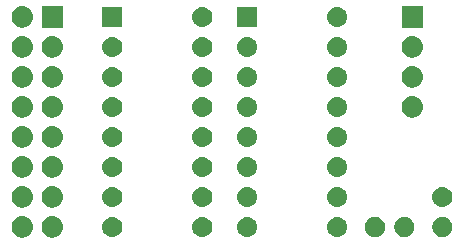
<source format=gbs>
G04 #@! TF.GenerationSoftware,KiCad,Pcbnew,(5.1.2-1)-1*
G04 #@! TF.CreationDate,2023-07-30T19:19:47+02:00*
G04 #@! TF.ProjectId,nanoLink,6e616e6f-4c69-46e6-9b2e-6b696361645f,rev?*
G04 #@! TF.SameCoordinates,Original*
G04 #@! TF.FileFunction,Soldermask,Bot*
G04 #@! TF.FilePolarity,Negative*
%FSLAX46Y46*%
G04 Gerber Fmt 4.6, Leading zero omitted, Abs format (unit mm)*
G04 Created by KiCad (PCBNEW (5.1.2-1)-1) date 2023-07-30 19:19:47*
%MOMM*%
%LPD*%
G04 APERTURE LIST*
%ADD10C,0.100000*%
G04 APERTURE END LIST*
D10*
G36*
X15350443Y-29585519D02*
G01*
X15416627Y-29592037D01*
X15586466Y-29643557D01*
X15742991Y-29727222D01*
X15778729Y-29756552D01*
X15880186Y-29839814D01*
X15960369Y-29937519D01*
X15992778Y-29977009D01*
X16076443Y-30133534D01*
X16127963Y-30303373D01*
X16145359Y-30480000D01*
X16127963Y-30656627D01*
X16076443Y-30826466D01*
X15992778Y-30982991D01*
X15963448Y-31018729D01*
X15880186Y-31120186D01*
X15778729Y-31203448D01*
X15742991Y-31232778D01*
X15586466Y-31316443D01*
X15416627Y-31367963D01*
X15350443Y-31374481D01*
X15284260Y-31381000D01*
X15195740Y-31381000D01*
X15129557Y-31374481D01*
X15063373Y-31367963D01*
X14893534Y-31316443D01*
X14737009Y-31232778D01*
X14701271Y-31203448D01*
X14599814Y-31120186D01*
X14516552Y-31018729D01*
X14487222Y-30982991D01*
X14403557Y-30826466D01*
X14352037Y-30656627D01*
X14334641Y-30480000D01*
X14352037Y-30303373D01*
X14403557Y-30133534D01*
X14487222Y-29977009D01*
X14519631Y-29937519D01*
X14599814Y-29839814D01*
X14701271Y-29756552D01*
X14737009Y-29727222D01*
X14893534Y-29643557D01*
X15063373Y-29592037D01*
X15129557Y-29585519D01*
X15195740Y-29579000D01*
X15284260Y-29579000D01*
X15350443Y-29585519D01*
X15350443Y-29585519D01*
G37*
G36*
X12810443Y-29585519D02*
G01*
X12876627Y-29592037D01*
X13046466Y-29643557D01*
X13202991Y-29727222D01*
X13238729Y-29756552D01*
X13340186Y-29839814D01*
X13420369Y-29937519D01*
X13452778Y-29977009D01*
X13536443Y-30133534D01*
X13587963Y-30303373D01*
X13605359Y-30480000D01*
X13587963Y-30656627D01*
X13536443Y-30826466D01*
X13452778Y-30982991D01*
X13423448Y-31018729D01*
X13340186Y-31120186D01*
X13238729Y-31203448D01*
X13202991Y-31232778D01*
X13046466Y-31316443D01*
X12876627Y-31367963D01*
X12810443Y-31374481D01*
X12744260Y-31381000D01*
X12655740Y-31381000D01*
X12589557Y-31374481D01*
X12523373Y-31367963D01*
X12353534Y-31316443D01*
X12197009Y-31232778D01*
X12161271Y-31203448D01*
X12059814Y-31120186D01*
X11976552Y-31018729D01*
X11947222Y-30982991D01*
X11863557Y-30826466D01*
X11812037Y-30656627D01*
X11794641Y-30480000D01*
X11812037Y-30303373D01*
X11863557Y-30133534D01*
X11947222Y-29977009D01*
X11979631Y-29937519D01*
X12059814Y-29839814D01*
X12161271Y-29756552D01*
X12197009Y-29727222D01*
X12353534Y-29643557D01*
X12523373Y-29592037D01*
X12589557Y-29585519D01*
X12655740Y-29579000D01*
X12744260Y-29579000D01*
X12810443Y-29585519D01*
X12810443Y-29585519D01*
G37*
G36*
X48508228Y-29661703D02*
G01*
X48663100Y-29725853D01*
X48802481Y-29818985D01*
X48921015Y-29937519D01*
X49014147Y-30076900D01*
X49078297Y-30231772D01*
X49111000Y-30396184D01*
X49111000Y-30563816D01*
X49078297Y-30728228D01*
X49014147Y-30883100D01*
X48921015Y-31022481D01*
X48802481Y-31141015D01*
X48663100Y-31234147D01*
X48508228Y-31298297D01*
X48343816Y-31331000D01*
X48176184Y-31331000D01*
X48011772Y-31298297D01*
X47856900Y-31234147D01*
X47717519Y-31141015D01*
X47598985Y-31022481D01*
X47505853Y-30883100D01*
X47441703Y-30728228D01*
X47409000Y-30563816D01*
X47409000Y-30396184D01*
X47441703Y-30231772D01*
X47505853Y-30076900D01*
X47598985Y-29937519D01*
X47717519Y-29818985D01*
X47856900Y-29725853D01*
X48011772Y-29661703D01*
X48176184Y-29629000D01*
X48343816Y-29629000D01*
X48508228Y-29661703D01*
X48508228Y-29661703D01*
G37*
G36*
X45293228Y-29661703D02*
G01*
X45448100Y-29725853D01*
X45587481Y-29818985D01*
X45706015Y-29937519D01*
X45799147Y-30076900D01*
X45863297Y-30231772D01*
X45896000Y-30396184D01*
X45896000Y-30563816D01*
X45863297Y-30728228D01*
X45799147Y-30883100D01*
X45706015Y-31022481D01*
X45587481Y-31141015D01*
X45448100Y-31234147D01*
X45293228Y-31298297D01*
X45128816Y-31331000D01*
X44961184Y-31331000D01*
X44796772Y-31298297D01*
X44641900Y-31234147D01*
X44502519Y-31141015D01*
X44383985Y-31022481D01*
X44290853Y-30883100D01*
X44226703Y-30728228D01*
X44194000Y-30563816D01*
X44194000Y-30396184D01*
X44226703Y-30231772D01*
X44290853Y-30076900D01*
X44383985Y-29937519D01*
X44502519Y-29818985D01*
X44641900Y-29725853D01*
X44796772Y-29661703D01*
X44961184Y-29629000D01*
X45128816Y-29629000D01*
X45293228Y-29661703D01*
X45293228Y-29661703D01*
G37*
G36*
X42793228Y-29661703D02*
G01*
X42948100Y-29725853D01*
X43087481Y-29818985D01*
X43206015Y-29937519D01*
X43299147Y-30076900D01*
X43363297Y-30231772D01*
X43396000Y-30396184D01*
X43396000Y-30563816D01*
X43363297Y-30728228D01*
X43299147Y-30883100D01*
X43206015Y-31022481D01*
X43087481Y-31141015D01*
X42948100Y-31234147D01*
X42793228Y-31298297D01*
X42628816Y-31331000D01*
X42461184Y-31331000D01*
X42296772Y-31298297D01*
X42141900Y-31234147D01*
X42002519Y-31141015D01*
X41883985Y-31022481D01*
X41790853Y-30883100D01*
X41726703Y-30728228D01*
X41694000Y-30563816D01*
X41694000Y-30396184D01*
X41726703Y-30231772D01*
X41790853Y-30076900D01*
X41883985Y-29937519D01*
X42002519Y-29818985D01*
X42141900Y-29725853D01*
X42296772Y-29661703D01*
X42461184Y-29629000D01*
X42628816Y-29629000D01*
X42793228Y-29661703D01*
X42793228Y-29661703D01*
G37*
G36*
X39521823Y-29641313D02*
G01*
X39682242Y-29689976D01*
X39749361Y-29725852D01*
X39830078Y-29768996D01*
X39959659Y-29875341D01*
X40066004Y-30004922D01*
X40066005Y-30004924D01*
X40145024Y-30152758D01*
X40193687Y-30313177D01*
X40210117Y-30480000D01*
X40193687Y-30646823D01*
X40145024Y-30807242D01*
X40104477Y-30883100D01*
X40066004Y-30955078D01*
X39959659Y-31084659D01*
X39830078Y-31191004D01*
X39830076Y-31191005D01*
X39682242Y-31270024D01*
X39521823Y-31318687D01*
X39396804Y-31331000D01*
X39313196Y-31331000D01*
X39188177Y-31318687D01*
X39027758Y-31270024D01*
X38879924Y-31191005D01*
X38879922Y-31191004D01*
X38750341Y-31084659D01*
X38643996Y-30955078D01*
X38605523Y-30883100D01*
X38564976Y-30807242D01*
X38516313Y-30646823D01*
X38499883Y-30480000D01*
X38516313Y-30313177D01*
X38564976Y-30152758D01*
X38643995Y-30004924D01*
X38643996Y-30004922D01*
X38750341Y-29875341D01*
X38879922Y-29768996D01*
X38960639Y-29725852D01*
X39027758Y-29689976D01*
X39188177Y-29641313D01*
X39313196Y-29629000D01*
X39396804Y-29629000D01*
X39521823Y-29641313D01*
X39521823Y-29641313D01*
G37*
G36*
X31901823Y-29641313D02*
G01*
X32062242Y-29689976D01*
X32129361Y-29725852D01*
X32210078Y-29768996D01*
X32339659Y-29875341D01*
X32446004Y-30004922D01*
X32446005Y-30004924D01*
X32525024Y-30152758D01*
X32573687Y-30313177D01*
X32590117Y-30480000D01*
X32573687Y-30646823D01*
X32525024Y-30807242D01*
X32484477Y-30883100D01*
X32446004Y-30955078D01*
X32339659Y-31084659D01*
X32210078Y-31191004D01*
X32210076Y-31191005D01*
X32062242Y-31270024D01*
X31901823Y-31318687D01*
X31776804Y-31331000D01*
X31693196Y-31331000D01*
X31568177Y-31318687D01*
X31407758Y-31270024D01*
X31259924Y-31191005D01*
X31259922Y-31191004D01*
X31130341Y-31084659D01*
X31023996Y-30955078D01*
X30985523Y-30883100D01*
X30944976Y-30807242D01*
X30896313Y-30646823D01*
X30879883Y-30480000D01*
X30896313Y-30313177D01*
X30944976Y-30152758D01*
X31023995Y-30004924D01*
X31023996Y-30004922D01*
X31130341Y-29875341D01*
X31259922Y-29768996D01*
X31340639Y-29725852D01*
X31407758Y-29689976D01*
X31568177Y-29641313D01*
X31693196Y-29629000D01*
X31776804Y-29629000D01*
X31901823Y-29641313D01*
X31901823Y-29641313D01*
G37*
G36*
X28106823Y-29641313D02*
G01*
X28267242Y-29689976D01*
X28334361Y-29725852D01*
X28415078Y-29768996D01*
X28544659Y-29875341D01*
X28651004Y-30004922D01*
X28651005Y-30004924D01*
X28730024Y-30152758D01*
X28778687Y-30313177D01*
X28795117Y-30480000D01*
X28778687Y-30646823D01*
X28730024Y-30807242D01*
X28689477Y-30883100D01*
X28651004Y-30955078D01*
X28544659Y-31084659D01*
X28415078Y-31191004D01*
X28415076Y-31191005D01*
X28267242Y-31270024D01*
X28106823Y-31318687D01*
X27981804Y-31331000D01*
X27898196Y-31331000D01*
X27773177Y-31318687D01*
X27612758Y-31270024D01*
X27464924Y-31191005D01*
X27464922Y-31191004D01*
X27335341Y-31084659D01*
X27228996Y-30955078D01*
X27190523Y-30883100D01*
X27149976Y-30807242D01*
X27101313Y-30646823D01*
X27084883Y-30480000D01*
X27101313Y-30313177D01*
X27149976Y-30152758D01*
X27228995Y-30004924D01*
X27228996Y-30004922D01*
X27335341Y-29875341D01*
X27464922Y-29768996D01*
X27545639Y-29725852D01*
X27612758Y-29689976D01*
X27773177Y-29641313D01*
X27898196Y-29629000D01*
X27981804Y-29629000D01*
X28106823Y-29641313D01*
X28106823Y-29641313D01*
G37*
G36*
X20486823Y-29641313D02*
G01*
X20647242Y-29689976D01*
X20714361Y-29725852D01*
X20795078Y-29768996D01*
X20924659Y-29875341D01*
X21031004Y-30004922D01*
X21031005Y-30004924D01*
X21110024Y-30152758D01*
X21158687Y-30313177D01*
X21175117Y-30480000D01*
X21158687Y-30646823D01*
X21110024Y-30807242D01*
X21069477Y-30883100D01*
X21031004Y-30955078D01*
X20924659Y-31084659D01*
X20795078Y-31191004D01*
X20795076Y-31191005D01*
X20647242Y-31270024D01*
X20486823Y-31318687D01*
X20361804Y-31331000D01*
X20278196Y-31331000D01*
X20153177Y-31318687D01*
X19992758Y-31270024D01*
X19844924Y-31191005D01*
X19844922Y-31191004D01*
X19715341Y-31084659D01*
X19608996Y-30955078D01*
X19570523Y-30883100D01*
X19529976Y-30807242D01*
X19481313Y-30646823D01*
X19464883Y-30480000D01*
X19481313Y-30313177D01*
X19529976Y-30152758D01*
X19608995Y-30004924D01*
X19608996Y-30004922D01*
X19715341Y-29875341D01*
X19844922Y-29768996D01*
X19925639Y-29725852D01*
X19992758Y-29689976D01*
X20153177Y-29641313D01*
X20278196Y-29629000D01*
X20361804Y-29629000D01*
X20486823Y-29641313D01*
X20486823Y-29641313D01*
G37*
G36*
X15350443Y-27045519D02*
G01*
X15416627Y-27052037D01*
X15586466Y-27103557D01*
X15742991Y-27187222D01*
X15778729Y-27216552D01*
X15880186Y-27299814D01*
X15963448Y-27401271D01*
X15992778Y-27437009D01*
X16076443Y-27593534D01*
X16127963Y-27763373D01*
X16145359Y-27940000D01*
X16127963Y-28116627D01*
X16076443Y-28286466D01*
X15992778Y-28442991D01*
X15963448Y-28478729D01*
X15880186Y-28580186D01*
X15778729Y-28663448D01*
X15742991Y-28692778D01*
X15586466Y-28776443D01*
X15416627Y-28827963D01*
X15350442Y-28834482D01*
X15284260Y-28841000D01*
X15195740Y-28841000D01*
X15129558Y-28834482D01*
X15063373Y-28827963D01*
X14893534Y-28776443D01*
X14737009Y-28692778D01*
X14701271Y-28663448D01*
X14599814Y-28580186D01*
X14516552Y-28478729D01*
X14487222Y-28442991D01*
X14403557Y-28286466D01*
X14352037Y-28116627D01*
X14334641Y-27940000D01*
X14352037Y-27763373D01*
X14403557Y-27593534D01*
X14487222Y-27437009D01*
X14516552Y-27401271D01*
X14599814Y-27299814D01*
X14701271Y-27216552D01*
X14737009Y-27187222D01*
X14893534Y-27103557D01*
X15063373Y-27052037D01*
X15129557Y-27045519D01*
X15195740Y-27039000D01*
X15284260Y-27039000D01*
X15350443Y-27045519D01*
X15350443Y-27045519D01*
G37*
G36*
X12810443Y-27045519D02*
G01*
X12876627Y-27052037D01*
X13046466Y-27103557D01*
X13202991Y-27187222D01*
X13238729Y-27216552D01*
X13340186Y-27299814D01*
X13423448Y-27401271D01*
X13452778Y-27437009D01*
X13536443Y-27593534D01*
X13587963Y-27763373D01*
X13605359Y-27940000D01*
X13587963Y-28116627D01*
X13536443Y-28286466D01*
X13452778Y-28442991D01*
X13423448Y-28478729D01*
X13340186Y-28580186D01*
X13238729Y-28663448D01*
X13202991Y-28692778D01*
X13046466Y-28776443D01*
X12876627Y-28827963D01*
X12810442Y-28834482D01*
X12744260Y-28841000D01*
X12655740Y-28841000D01*
X12589558Y-28834482D01*
X12523373Y-28827963D01*
X12353534Y-28776443D01*
X12197009Y-28692778D01*
X12161271Y-28663448D01*
X12059814Y-28580186D01*
X11976552Y-28478729D01*
X11947222Y-28442991D01*
X11863557Y-28286466D01*
X11812037Y-28116627D01*
X11794641Y-27940000D01*
X11812037Y-27763373D01*
X11863557Y-27593534D01*
X11947222Y-27437009D01*
X11976552Y-27401271D01*
X12059814Y-27299814D01*
X12161271Y-27216552D01*
X12197009Y-27187222D01*
X12353534Y-27103557D01*
X12523373Y-27052037D01*
X12589557Y-27045519D01*
X12655740Y-27039000D01*
X12744260Y-27039000D01*
X12810443Y-27045519D01*
X12810443Y-27045519D01*
G37*
G36*
X48426823Y-27101313D02*
G01*
X48587242Y-27149976D01*
X48656922Y-27187221D01*
X48735078Y-27228996D01*
X48864659Y-27335341D01*
X48971004Y-27464922D01*
X48971005Y-27464924D01*
X49050024Y-27612758D01*
X49098687Y-27773177D01*
X49115117Y-27940000D01*
X49098687Y-28106823D01*
X49050024Y-28267242D01*
X49039747Y-28286468D01*
X48971004Y-28415078D01*
X48864659Y-28544659D01*
X48735078Y-28651004D01*
X48735076Y-28651005D01*
X48587242Y-28730024D01*
X48426823Y-28778687D01*
X48301804Y-28791000D01*
X48218196Y-28791000D01*
X48093177Y-28778687D01*
X47932758Y-28730024D01*
X47784924Y-28651005D01*
X47784922Y-28651004D01*
X47655341Y-28544659D01*
X47548996Y-28415078D01*
X47480253Y-28286468D01*
X47469976Y-28267242D01*
X47421313Y-28106823D01*
X47404883Y-27940000D01*
X47421313Y-27773177D01*
X47469976Y-27612758D01*
X47548995Y-27464924D01*
X47548996Y-27464922D01*
X47655341Y-27335341D01*
X47784922Y-27228996D01*
X47863078Y-27187221D01*
X47932758Y-27149976D01*
X48093177Y-27101313D01*
X48218196Y-27089000D01*
X48301804Y-27089000D01*
X48426823Y-27101313D01*
X48426823Y-27101313D01*
G37*
G36*
X20486823Y-27101313D02*
G01*
X20647242Y-27149976D01*
X20716922Y-27187221D01*
X20795078Y-27228996D01*
X20924659Y-27335341D01*
X21031004Y-27464922D01*
X21031005Y-27464924D01*
X21110024Y-27612758D01*
X21158687Y-27773177D01*
X21175117Y-27940000D01*
X21158687Y-28106823D01*
X21110024Y-28267242D01*
X21099747Y-28286468D01*
X21031004Y-28415078D01*
X20924659Y-28544659D01*
X20795078Y-28651004D01*
X20795076Y-28651005D01*
X20647242Y-28730024D01*
X20486823Y-28778687D01*
X20361804Y-28791000D01*
X20278196Y-28791000D01*
X20153177Y-28778687D01*
X19992758Y-28730024D01*
X19844924Y-28651005D01*
X19844922Y-28651004D01*
X19715341Y-28544659D01*
X19608996Y-28415078D01*
X19540253Y-28286468D01*
X19529976Y-28267242D01*
X19481313Y-28106823D01*
X19464883Y-27940000D01*
X19481313Y-27773177D01*
X19529976Y-27612758D01*
X19608995Y-27464924D01*
X19608996Y-27464922D01*
X19715341Y-27335341D01*
X19844922Y-27228996D01*
X19923078Y-27187221D01*
X19992758Y-27149976D01*
X20153177Y-27101313D01*
X20278196Y-27089000D01*
X20361804Y-27089000D01*
X20486823Y-27101313D01*
X20486823Y-27101313D01*
G37*
G36*
X39521823Y-27101313D02*
G01*
X39682242Y-27149976D01*
X39751922Y-27187221D01*
X39830078Y-27228996D01*
X39959659Y-27335341D01*
X40066004Y-27464922D01*
X40066005Y-27464924D01*
X40145024Y-27612758D01*
X40193687Y-27773177D01*
X40210117Y-27940000D01*
X40193687Y-28106823D01*
X40145024Y-28267242D01*
X40134747Y-28286468D01*
X40066004Y-28415078D01*
X39959659Y-28544659D01*
X39830078Y-28651004D01*
X39830076Y-28651005D01*
X39682242Y-28730024D01*
X39521823Y-28778687D01*
X39396804Y-28791000D01*
X39313196Y-28791000D01*
X39188177Y-28778687D01*
X39027758Y-28730024D01*
X38879924Y-28651005D01*
X38879922Y-28651004D01*
X38750341Y-28544659D01*
X38643996Y-28415078D01*
X38575253Y-28286468D01*
X38564976Y-28267242D01*
X38516313Y-28106823D01*
X38499883Y-27940000D01*
X38516313Y-27773177D01*
X38564976Y-27612758D01*
X38643995Y-27464924D01*
X38643996Y-27464922D01*
X38750341Y-27335341D01*
X38879922Y-27228996D01*
X38958078Y-27187221D01*
X39027758Y-27149976D01*
X39188177Y-27101313D01*
X39313196Y-27089000D01*
X39396804Y-27089000D01*
X39521823Y-27101313D01*
X39521823Y-27101313D01*
G37*
G36*
X28106823Y-27101313D02*
G01*
X28267242Y-27149976D01*
X28336922Y-27187221D01*
X28415078Y-27228996D01*
X28544659Y-27335341D01*
X28651004Y-27464922D01*
X28651005Y-27464924D01*
X28730024Y-27612758D01*
X28778687Y-27773177D01*
X28795117Y-27940000D01*
X28778687Y-28106823D01*
X28730024Y-28267242D01*
X28719747Y-28286468D01*
X28651004Y-28415078D01*
X28544659Y-28544659D01*
X28415078Y-28651004D01*
X28415076Y-28651005D01*
X28267242Y-28730024D01*
X28106823Y-28778687D01*
X27981804Y-28791000D01*
X27898196Y-28791000D01*
X27773177Y-28778687D01*
X27612758Y-28730024D01*
X27464924Y-28651005D01*
X27464922Y-28651004D01*
X27335341Y-28544659D01*
X27228996Y-28415078D01*
X27160253Y-28286468D01*
X27149976Y-28267242D01*
X27101313Y-28106823D01*
X27084883Y-27940000D01*
X27101313Y-27773177D01*
X27149976Y-27612758D01*
X27228995Y-27464924D01*
X27228996Y-27464922D01*
X27335341Y-27335341D01*
X27464922Y-27228996D01*
X27543078Y-27187221D01*
X27612758Y-27149976D01*
X27773177Y-27101313D01*
X27898196Y-27089000D01*
X27981804Y-27089000D01*
X28106823Y-27101313D01*
X28106823Y-27101313D01*
G37*
G36*
X31901823Y-27101313D02*
G01*
X32062242Y-27149976D01*
X32131922Y-27187221D01*
X32210078Y-27228996D01*
X32339659Y-27335341D01*
X32446004Y-27464922D01*
X32446005Y-27464924D01*
X32525024Y-27612758D01*
X32573687Y-27773177D01*
X32590117Y-27940000D01*
X32573687Y-28106823D01*
X32525024Y-28267242D01*
X32514747Y-28286468D01*
X32446004Y-28415078D01*
X32339659Y-28544659D01*
X32210078Y-28651004D01*
X32210076Y-28651005D01*
X32062242Y-28730024D01*
X31901823Y-28778687D01*
X31776804Y-28791000D01*
X31693196Y-28791000D01*
X31568177Y-28778687D01*
X31407758Y-28730024D01*
X31259924Y-28651005D01*
X31259922Y-28651004D01*
X31130341Y-28544659D01*
X31023996Y-28415078D01*
X30955253Y-28286468D01*
X30944976Y-28267242D01*
X30896313Y-28106823D01*
X30879883Y-27940000D01*
X30896313Y-27773177D01*
X30944976Y-27612758D01*
X31023995Y-27464924D01*
X31023996Y-27464922D01*
X31130341Y-27335341D01*
X31259922Y-27228996D01*
X31338078Y-27187221D01*
X31407758Y-27149976D01*
X31568177Y-27101313D01*
X31693196Y-27089000D01*
X31776804Y-27089000D01*
X31901823Y-27101313D01*
X31901823Y-27101313D01*
G37*
G36*
X15350442Y-24505518D02*
G01*
X15416627Y-24512037D01*
X15586466Y-24563557D01*
X15742991Y-24647222D01*
X15778729Y-24676552D01*
X15880186Y-24759814D01*
X15963448Y-24861271D01*
X15992778Y-24897009D01*
X16076443Y-25053534D01*
X16127963Y-25223373D01*
X16145359Y-25400000D01*
X16127963Y-25576627D01*
X16076443Y-25746466D01*
X15992778Y-25902991D01*
X15963448Y-25938729D01*
X15880186Y-26040186D01*
X15778729Y-26123448D01*
X15742991Y-26152778D01*
X15586466Y-26236443D01*
X15416627Y-26287963D01*
X15350443Y-26294481D01*
X15284260Y-26301000D01*
X15195740Y-26301000D01*
X15129557Y-26294481D01*
X15063373Y-26287963D01*
X14893534Y-26236443D01*
X14737009Y-26152778D01*
X14701271Y-26123448D01*
X14599814Y-26040186D01*
X14516552Y-25938729D01*
X14487222Y-25902991D01*
X14403557Y-25746466D01*
X14352037Y-25576627D01*
X14334641Y-25400000D01*
X14352037Y-25223373D01*
X14403557Y-25053534D01*
X14487222Y-24897009D01*
X14516552Y-24861271D01*
X14599814Y-24759814D01*
X14701271Y-24676552D01*
X14737009Y-24647222D01*
X14893534Y-24563557D01*
X15063373Y-24512037D01*
X15129558Y-24505518D01*
X15195740Y-24499000D01*
X15284260Y-24499000D01*
X15350442Y-24505518D01*
X15350442Y-24505518D01*
G37*
G36*
X12810442Y-24505518D02*
G01*
X12876627Y-24512037D01*
X13046466Y-24563557D01*
X13202991Y-24647222D01*
X13238729Y-24676552D01*
X13340186Y-24759814D01*
X13423448Y-24861271D01*
X13452778Y-24897009D01*
X13536443Y-25053534D01*
X13587963Y-25223373D01*
X13605359Y-25400000D01*
X13587963Y-25576627D01*
X13536443Y-25746466D01*
X13452778Y-25902991D01*
X13423448Y-25938729D01*
X13340186Y-26040186D01*
X13238729Y-26123448D01*
X13202991Y-26152778D01*
X13046466Y-26236443D01*
X12876627Y-26287963D01*
X12810443Y-26294481D01*
X12744260Y-26301000D01*
X12655740Y-26301000D01*
X12589557Y-26294481D01*
X12523373Y-26287963D01*
X12353534Y-26236443D01*
X12197009Y-26152778D01*
X12161271Y-26123448D01*
X12059814Y-26040186D01*
X11976552Y-25938729D01*
X11947222Y-25902991D01*
X11863557Y-25746466D01*
X11812037Y-25576627D01*
X11794641Y-25400000D01*
X11812037Y-25223373D01*
X11863557Y-25053534D01*
X11947222Y-24897009D01*
X11976552Y-24861271D01*
X12059814Y-24759814D01*
X12161271Y-24676552D01*
X12197009Y-24647222D01*
X12353534Y-24563557D01*
X12523373Y-24512037D01*
X12589558Y-24505518D01*
X12655740Y-24499000D01*
X12744260Y-24499000D01*
X12810442Y-24505518D01*
X12810442Y-24505518D01*
G37*
G36*
X28106823Y-24561313D02*
G01*
X28267242Y-24609976D01*
X28336922Y-24647221D01*
X28415078Y-24688996D01*
X28544659Y-24795341D01*
X28651004Y-24924922D01*
X28651005Y-24924924D01*
X28730024Y-25072758D01*
X28778687Y-25233177D01*
X28795117Y-25400000D01*
X28778687Y-25566823D01*
X28730024Y-25727242D01*
X28719747Y-25746468D01*
X28651004Y-25875078D01*
X28544659Y-26004659D01*
X28415078Y-26111004D01*
X28415076Y-26111005D01*
X28267242Y-26190024D01*
X28106823Y-26238687D01*
X27981804Y-26251000D01*
X27898196Y-26251000D01*
X27773177Y-26238687D01*
X27612758Y-26190024D01*
X27464924Y-26111005D01*
X27464922Y-26111004D01*
X27335341Y-26004659D01*
X27228996Y-25875078D01*
X27160253Y-25746468D01*
X27149976Y-25727242D01*
X27101313Y-25566823D01*
X27084883Y-25400000D01*
X27101313Y-25233177D01*
X27149976Y-25072758D01*
X27228995Y-24924924D01*
X27228996Y-24924922D01*
X27335341Y-24795341D01*
X27464922Y-24688996D01*
X27543078Y-24647221D01*
X27612758Y-24609976D01*
X27773177Y-24561313D01*
X27898196Y-24549000D01*
X27981804Y-24549000D01*
X28106823Y-24561313D01*
X28106823Y-24561313D01*
G37*
G36*
X20486823Y-24561313D02*
G01*
X20647242Y-24609976D01*
X20716922Y-24647221D01*
X20795078Y-24688996D01*
X20924659Y-24795341D01*
X21031004Y-24924922D01*
X21031005Y-24924924D01*
X21110024Y-25072758D01*
X21158687Y-25233177D01*
X21175117Y-25400000D01*
X21158687Y-25566823D01*
X21110024Y-25727242D01*
X21099747Y-25746468D01*
X21031004Y-25875078D01*
X20924659Y-26004659D01*
X20795078Y-26111004D01*
X20795076Y-26111005D01*
X20647242Y-26190024D01*
X20486823Y-26238687D01*
X20361804Y-26251000D01*
X20278196Y-26251000D01*
X20153177Y-26238687D01*
X19992758Y-26190024D01*
X19844924Y-26111005D01*
X19844922Y-26111004D01*
X19715341Y-26004659D01*
X19608996Y-25875078D01*
X19540253Y-25746468D01*
X19529976Y-25727242D01*
X19481313Y-25566823D01*
X19464883Y-25400000D01*
X19481313Y-25233177D01*
X19529976Y-25072758D01*
X19608995Y-24924924D01*
X19608996Y-24924922D01*
X19715341Y-24795341D01*
X19844922Y-24688996D01*
X19923078Y-24647221D01*
X19992758Y-24609976D01*
X20153177Y-24561313D01*
X20278196Y-24549000D01*
X20361804Y-24549000D01*
X20486823Y-24561313D01*
X20486823Y-24561313D01*
G37*
G36*
X39521823Y-24561313D02*
G01*
X39682242Y-24609976D01*
X39751922Y-24647221D01*
X39830078Y-24688996D01*
X39959659Y-24795341D01*
X40066004Y-24924922D01*
X40066005Y-24924924D01*
X40145024Y-25072758D01*
X40193687Y-25233177D01*
X40210117Y-25400000D01*
X40193687Y-25566823D01*
X40145024Y-25727242D01*
X40134747Y-25746468D01*
X40066004Y-25875078D01*
X39959659Y-26004659D01*
X39830078Y-26111004D01*
X39830076Y-26111005D01*
X39682242Y-26190024D01*
X39521823Y-26238687D01*
X39396804Y-26251000D01*
X39313196Y-26251000D01*
X39188177Y-26238687D01*
X39027758Y-26190024D01*
X38879924Y-26111005D01*
X38879922Y-26111004D01*
X38750341Y-26004659D01*
X38643996Y-25875078D01*
X38575253Y-25746468D01*
X38564976Y-25727242D01*
X38516313Y-25566823D01*
X38499883Y-25400000D01*
X38516313Y-25233177D01*
X38564976Y-25072758D01*
X38643995Y-24924924D01*
X38643996Y-24924922D01*
X38750341Y-24795341D01*
X38879922Y-24688996D01*
X38958078Y-24647221D01*
X39027758Y-24609976D01*
X39188177Y-24561313D01*
X39313196Y-24549000D01*
X39396804Y-24549000D01*
X39521823Y-24561313D01*
X39521823Y-24561313D01*
G37*
G36*
X31901823Y-24561313D02*
G01*
X32062242Y-24609976D01*
X32131922Y-24647221D01*
X32210078Y-24688996D01*
X32339659Y-24795341D01*
X32446004Y-24924922D01*
X32446005Y-24924924D01*
X32525024Y-25072758D01*
X32573687Y-25233177D01*
X32590117Y-25400000D01*
X32573687Y-25566823D01*
X32525024Y-25727242D01*
X32514747Y-25746468D01*
X32446004Y-25875078D01*
X32339659Y-26004659D01*
X32210078Y-26111004D01*
X32210076Y-26111005D01*
X32062242Y-26190024D01*
X31901823Y-26238687D01*
X31776804Y-26251000D01*
X31693196Y-26251000D01*
X31568177Y-26238687D01*
X31407758Y-26190024D01*
X31259924Y-26111005D01*
X31259922Y-26111004D01*
X31130341Y-26004659D01*
X31023996Y-25875078D01*
X30955253Y-25746468D01*
X30944976Y-25727242D01*
X30896313Y-25566823D01*
X30879883Y-25400000D01*
X30896313Y-25233177D01*
X30944976Y-25072758D01*
X31023995Y-24924924D01*
X31023996Y-24924922D01*
X31130341Y-24795341D01*
X31259922Y-24688996D01*
X31338078Y-24647221D01*
X31407758Y-24609976D01*
X31568177Y-24561313D01*
X31693196Y-24549000D01*
X31776804Y-24549000D01*
X31901823Y-24561313D01*
X31901823Y-24561313D01*
G37*
G36*
X15350443Y-21965519D02*
G01*
X15416627Y-21972037D01*
X15586466Y-22023557D01*
X15742991Y-22107222D01*
X15778729Y-22136552D01*
X15880186Y-22219814D01*
X15963448Y-22321271D01*
X15992778Y-22357009D01*
X16076443Y-22513534D01*
X16127963Y-22683373D01*
X16145359Y-22860000D01*
X16127963Y-23036627D01*
X16076443Y-23206466D01*
X15992778Y-23362991D01*
X15963448Y-23398729D01*
X15880186Y-23500186D01*
X15778729Y-23583448D01*
X15742991Y-23612778D01*
X15586466Y-23696443D01*
X15416627Y-23747963D01*
X15350442Y-23754482D01*
X15284260Y-23761000D01*
X15195740Y-23761000D01*
X15129558Y-23754482D01*
X15063373Y-23747963D01*
X14893534Y-23696443D01*
X14737009Y-23612778D01*
X14701271Y-23583448D01*
X14599814Y-23500186D01*
X14516552Y-23398729D01*
X14487222Y-23362991D01*
X14403557Y-23206466D01*
X14352037Y-23036627D01*
X14334641Y-22860000D01*
X14352037Y-22683373D01*
X14403557Y-22513534D01*
X14487222Y-22357009D01*
X14516552Y-22321271D01*
X14599814Y-22219814D01*
X14701271Y-22136552D01*
X14737009Y-22107222D01*
X14893534Y-22023557D01*
X15063373Y-21972037D01*
X15129557Y-21965519D01*
X15195740Y-21959000D01*
X15284260Y-21959000D01*
X15350443Y-21965519D01*
X15350443Y-21965519D01*
G37*
G36*
X12810443Y-21965519D02*
G01*
X12876627Y-21972037D01*
X13046466Y-22023557D01*
X13202991Y-22107222D01*
X13238729Y-22136552D01*
X13340186Y-22219814D01*
X13423448Y-22321271D01*
X13452778Y-22357009D01*
X13536443Y-22513534D01*
X13587963Y-22683373D01*
X13605359Y-22860000D01*
X13587963Y-23036627D01*
X13536443Y-23206466D01*
X13452778Y-23362991D01*
X13423448Y-23398729D01*
X13340186Y-23500186D01*
X13238729Y-23583448D01*
X13202991Y-23612778D01*
X13046466Y-23696443D01*
X12876627Y-23747963D01*
X12810442Y-23754482D01*
X12744260Y-23761000D01*
X12655740Y-23761000D01*
X12589558Y-23754482D01*
X12523373Y-23747963D01*
X12353534Y-23696443D01*
X12197009Y-23612778D01*
X12161271Y-23583448D01*
X12059814Y-23500186D01*
X11976552Y-23398729D01*
X11947222Y-23362991D01*
X11863557Y-23206466D01*
X11812037Y-23036627D01*
X11794641Y-22860000D01*
X11812037Y-22683373D01*
X11863557Y-22513534D01*
X11947222Y-22357009D01*
X11976552Y-22321271D01*
X12059814Y-22219814D01*
X12161271Y-22136552D01*
X12197009Y-22107222D01*
X12353534Y-22023557D01*
X12523373Y-21972037D01*
X12589557Y-21965519D01*
X12655740Y-21959000D01*
X12744260Y-21959000D01*
X12810443Y-21965519D01*
X12810443Y-21965519D01*
G37*
G36*
X20486823Y-22021313D02*
G01*
X20647242Y-22069976D01*
X20716922Y-22107221D01*
X20795078Y-22148996D01*
X20924659Y-22255341D01*
X21031004Y-22384922D01*
X21031005Y-22384924D01*
X21110024Y-22532758D01*
X21158687Y-22693177D01*
X21175117Y-22860000D01*
X21158687Y-23026823D01*
X21110024Y-23187242D01*
X21099747Y-23206468D01*
X21031004Y-23335078D01*
X20924659Y-23464659D01*
X20795078Y-23571004D01*
X20795076Y-23571005D01*
X20647242Y-23650024D01*
X20486823Y-23698687D01*
X20361804Y-23711000D01*
X20278196Y-23711000D01*
X20153177Y-23698687D01*
X19992758Y-23650024D01*
X19844924Y-23571005D01*
X19844922Y-23571004D01*
X19715341Y-23464659D01*
X19608996Y-23335078D01*
X19540253Y-23206468D01*
X19529976Y-23187242D01*
X19481313Y-23026823D01*
X19464883Y-22860000D01*
X19481313Y-22693177D01*
X19529976Y-22532758D01*
X19608995Y-22384924D01*
X19608996Y-22384922D01*
X19715341Y-22255341D01*
X19844922Y-22148996D01*
X19923078Y-22107221D01*
X19992758Y-22069976D01*
X20153177Y-22021313D01*
X20278196Y-22009000D01*
X20361804Y-22009000D01*
X20486823Y-22021313D01*
X20486823Y-22021313D01*
G37*
G36*
X28106823Y-22021313D02*
G01*
X28267242Y-22069976D01*
X28336922Y-22107221D01*
X28415078Y-22148996D01*
X28544659Y-22255341D01*
X28651004Y-22384922D01*
X28651005Y-22384924D01*
X28730024Y-22532758D01*
X28778687Y-22693177D01*
X28795117Y-22860000D01*
X28778687Y-23026823D01*
X28730024Y-23187242D01*
X28719747Y-23206468D01*
X28651004Y-23335078D01*
X28544659Y-23464659D01*
X28415078Y-23571004D01*
X28415076Y-23571005D01*
X28267242Y-23650024D01*
X28106823Y-23698687D01*
X27981804Y-23711000D01*
X27898196Y-23711000D01*
X27773177Y-23698687D01*
X27612758Y-23650024D01*
X27464924Y-23571005D01*
X27464922Y-23571004D01*
X27335341Y-23464659D01*
X27228996Y-23335078D01*
X27160253Y-23206468D01*
X27149976Y-23187242D01*
X27101313Y-23026823D01*
X27084883Y-22860000D01*
X27101313Y-22693177D01*
X27149976Y-22532758D01*
X27228995Y-22384924D01*
X27228996Y-22384922D01*
X27335341Y-22255341D01*
X27464922Y-22148996D01*
X27543078Y-22107221D01*
X27612758Y-22069976D01*
X27773177Y-22021313D01*
X27898196Y-22009000D01*
X27981804Y-22009000D01*
X28106823Y-22021313D01*
X28106823Y-22021313D01*
G37*
G36*
X31901823Y-22021313D02*
G01*
X32062242Y-22069976D01*
X32131922Y-22107221D01*
X32210078Y-22148996D01*
X32339659Y-22255341D01*
X32446004Y-22384922D01*
X32446005Y-22384924D01*
X32525024Y-22532758D01*
X32573687Y-22693177D01*
X32590117Y-22860000D01*
X32573687Y-23026823D01*
X32525024Y-23187242D01*
X32514747Y-23206468D01*
X32446004Y-23335078D01*
X32339659Y-23464659D01*
X32210078Y-23571004D01*
X32210076Y-23571005D01*
X32062242Y-23650024D01*
X31901823Y-23698687D01*
X31776804Y-23711000D01*
X31693196Y-23711000D01*
X31568177Y-23698687D01*
X31407758Y-23650024D01*
X31259924Y-23571005D01*
X31259922Y-23571004D01*
X31130341Y-23464659D01*
X31023996Y-23335078D01*
X30955253Y-23206468D01*
X30944976Y-23187242D01*
X30896313Y-23026823D01*
X30879883Y-22860000D01*
X30896313Y-22693177D01*
X30944976Y-22532758D01*
X31023995Y-22384924D01*
X31023996Y-22384922D01*
X31130341Y-22255341D01*
X31259922Y-22148996D01*
X31338078Y-22107221D01*
X31407758Y-22069976D01*
X31568177Y-22021313D01*
X31693196Y-22009000D01*
X31776804Y-22009000D01*
X31901823Y-22021313D01*
X31901823Y-22021313D01*
G37*
G36*
X39521823Y-22021313D02*
G01*
X39682242Y-22069976D01*
X39751922Y-22107221D01*
X39830078Y-22148996D01*
X39959659Y-22255341D01*
X40066004Y-22384922D01*
X40066005Y-22384924D01*
X40145024Y-22532758D01*
X40193687Y-22693177D01*
X40210117Y-22860000D01*
X40193687Y-23026823D01*
X40145024Y-23187242D01*
X40134747Y-23206468D01*
X40066004Y-23335078D01*
X39959659Y-23464659D01*
X39830078Y-23571004D01*
X39830076Y-23571005D01*
X39682242Y-23650024D01*
X39521823Y-23698687D01*
X39396804Y-23711000D01*
X39313196Y-23711000D01*
X39188177Y-23698687D01*
X39027758Y-23650024D01*
X38879924Y-23571005D01*
X38879922Y-23571004D01*
X38750341Y-23464659D01*
X38643996Y-23335078D01*
X38575253Y-23206468D01*
X38564976Y-23187242D01*
X38516313Y-23026823D01*
X38499883Y-22860000D01*
X38516313Y-22693177D01*
X38564976Y-22532758D01*
X38643995Y-22384924D01*
X38643996Y-22384922D01*
X38750341Y-22255341D01*
X38879922Y-22148996D01*
X38958078Y-22107221D01*
X39027758Y-22069976D01*
X39188177Y-22021313D01*
X39313196Y-22009000D01*
X39396804Y-22009000D01*
X39521823Y-22021313D01*
X39521823Y-22021313D01*
G37*
G36*
X12810443Y-19425519D02*
G01*
X12876627Y-19432037D01*
X13046466Y-19483557D01*
X13202991Y-19567222D01*
X13238729Y-19596552D01*
X13340186Y-19679814D01*
X13423448Y-19781271D01*
X13452778Y-19817009D01*
X13536443Y-19973534D01*
X13587963Y-20143373D01*
X13605359Y-20320000D01*
X13587963Y-20496627D01*
X13536443Y-20666466D01*
X13452778Y-20822991D01*
X13423448Y-20858729D01*
X13340186Y-20960186D01*
X13238729Y-21043448D01*
X13202991Y-21072778D01*
X13046466Y-21156443D01*
X12876627Y-21207963D01*
X12810442Y-21214482D01*
X12744260Y-21221000D01*
X12655740Y-21221000D01*
X12589558Y-21214482D01*
X12523373Y-21207963D01*
X12353534Y-21156443D01*
X12197009Y-21072778D01*
X12161271Y-21043448D01*
X12059814Y-20960186D01*
X11976552Y-20858729D01*
X11947222Y-20822991D01*
X11863557Y-20666466D01*
X11812037Y-20496627D01*
X11794641Y-20320000D01*
X11812037Y-20143373D01*
X11863557Y-19973534D01*
X11947222Y-19817009D01*
X11976552Y-19781271D01*
X12059814Y-19679814D01*
X12161271Y-19596552D01*
X12197009Y-19567222D01*
X12353534Y-19483557D01*
X12523373Y-19432037D01*
X12589557Y-19425519D01*
X12655740Y-19419000D01*
X12744260Y-19419000D01*
X12810443Y-19425519D01*
X12810443Y-19425519D01*
G37*
G36*
X15350443Y-19425519D02*
G01*
X15416627Y-19432037D01*
X15586466Y-19483557D01*
X15742991Y-19567222D01*
X15778729Y-19596552D01*
X15880186Y-19679814D01*
X15963448Y-19781271D01*
X15992778Y-19817009D01*
X16076443Y-19973534D01*
X16127963Y-20143373D01*
X16145359Y-20320000D01*
X16127963Y-20496627D01*
X16076443Y-20666466D01*
X15992778Y-20822991D01*
X15963448Y-20858729D01*
X15880186Y-20960186D01*
X15778729Y-21043448D01*
X15742991Y-21072778D01*
X15586466Y-21156443D01*
X15416627Y-21207963D01*
X15350442Y-21214482D01*
X15284260Y-21221000D01*
X15195740Y-21221000D01*
X15129558Y-21214482D01*
X15063373Y-21207963D01*
X14893534Y-21156443D01*
X14737009Y-21072778D01*
X14701271Y-21043448D01*
X14599814Y-20960186D01*
X14516552Y-20858729D01*
X14487222Y-20822991D01*
X14403557Y-20666466D01*
X14352037Y-20496627D01*
X14334641Y-20320000D01*
X14352037Y-20143373D01*
X14403557Y-19973534D01*
X14487222Y-19817009D01*
X14516552Y-19781271D01*
X14599814Y-19679814D01*
X14701271Y-19596552D01*
X14737009Y-19567222D01*
X14893534Y-19483557D01*
X15063373Y-19432037D01*
X15129557Y-19425519D01*
X15195740Y-19419000D01*
X15284260Y-19419000D01*
X15350443Y-19425519D01*
X15350443Y-19425519D01*
G37*
G36*
X45830443Y-19425519D02*
G01*
X45896627Y-19432037D01*
X46066466Y-19483557D01*
X46222991Y-19567222D01*
X46258729Y-19596552D01*
X46360186Y-19679814D01*
X46443448Y-19781271D01*
X46472778Y-19817009D01*
X46556443Y-19973534D01*
X46607963Y-20143373D01*
X46625359Y-20320000D01*
X46607963Y-20496627D01*
X46556443Y-20666466D01*
X46472778Y-20822991D01*
X46443448Y-20858729D01*
X46360186Y-20960186D01*
X46258729Y-21043448D01*
X46222991Y-21072778D01*
X46066466Y-21156443D01*
X45896627Y-21207963D01*
X45830442Y-21214482D01*
X45764260Y-21221000D01*
X45675740Y-21221000D01*
X45609558Y-21214482D01*
X45543373Y-21207963D01*
X45373534Y-21156443D01*
X45217009Y-21072778D01*
X45181271Y-21043448D01*
X45079814Y-20960186D01*
X44996552Y-20858729D01*
X44967222Y-20822991D01*
X44883557Y-20666466D01*
X44832037Y-20496627D01*
X44814641Y-20320000D01*
X44832037Y-20143373D01*
X44883557Y-19973534D01*
X44967222Y-19817009D01*
X44996552Y-19781271D01*
X45079814Y-19679814D01*
X45181271Y-19596552D01*
X45217009Y-19567222D01*
X45373534Y-19483557D01*
X45543373Y-19432037D01*
X45609557Y-19425519D01*
X45675740Y-19419000D01*
X45764260Y-19419000D01*
X45830443Y-19425519D01*
X45830443Y-19425519D01*
G37*
G36*
X31901823Y-19481313D02*
G01*
X32062242Y-19529976D01*
X32131922Y-19567221D01*
X32210078Y-19608996D01*
X32339659Y-19715341D01*
X32446004Y-19844922D01*
X32446005Y-19844924D01*
X32525024Y-19992758D01*
X32573687Y-20153177D01*
X32590117Y-20320000D01*
X32573687Y-20486823D01*
X32525024Y-20647242D01*
X32514747Y-20666468D01*
X32446004Y-20795078D01*
X32339659Y-20924659D01*
X32210078Y-21031004D01*
X32210076Y-21031005D01*
X32062242Y-21110024D01*
X31901823Y-21158687D01*
X31776804Y-21171000D01*
X31693196Y-21171000D01*
X31568177Y-21158687D01*
X31407758Y-21110024D01*
X31259924Y-21031005D01*
X31259922Y-21031004D01*
X31130341Y-20924659D01*
X31023996Y-20795078D01*
X30955253Y-20666468D01*
X30944976Y-20647242D01*
X30896313Y-20486823D01*
X30879883Y-20320000D01*
X30896313Y-20153177D01*
X30944976Y-19992758D01*
X31023995Y-19844924D01*
X31023996Y-19844922D01*
X31130341Y-19715341D01*
X31259922Y-19608996D01*
X31338078Y-19567221D01*
X31407758Y-19529976D01*
X31568177Y-19481313D01*
X31693196Y-19469000D01*
X31776804Y-19469000D01*
X31901823Y-19481313D01*
X31901823Y-19481313D01*
G37*
G36*
X39521823Y-19481313D02*
G01*
X39682242Y-19529976D01*
X39751922Y-19567221D01*
X39830078Y-19608996D01*
X39959659Y-19715341D01*
X40066004Y-19844922D01*
X40066005Y-19844924D01*
X40145024Y-19992758D01*
X40193687Y-20153177D01*
X40210117Y-20320000D01*
X40193687Y-20486823D01*
X40145024Y-20647242D01*
X40134747Y-20666468D01*
X40066004Y-20795078D01*
X39959659Y-20924659D01*
X39830078Y-21031004D01*
X39830076Y-21031005D01*
X39682242Y-21110024D01*
X39521823Y-21158687D01*
X39396804Y-21171000D01*
X39313196Y-21171000D01*
X39188177Y-21158687D01*
X39027758Y-21110024D01*
X38879924Y-21031005D01*
X38879922Y-21031004D01*
X38750341Y-20924659D01*
X38643996Y-20795078D01*
X38575253Y-20666468D01*
X38564976Y-20647242D01*
X38516313Y-20486823D01*
X38499883Y-20320000D01*
X38516313Y-20153177D01*
X38564976Y-19992758D01*
X38643995Y-19844924D01*
X38643996Y-19844922D01*
X38750341Y-19715341D01*
X38879922Y-19608996D01*
X38958078Y-19567221D01*
X39027758Y-19529976D01*
X39188177Y-19481313D01*
X39313196Y-19469000D01*
X39396804Y-19469000D01*
X39521823Y-19481313D01*
X39521823Y-19481313D01*
G37*
G36*
X28106823Y-19481313D02*
G01*
X28267242Y-19529976D01*
X28336922Y-19567221D01*
X28415078Y-19608996D01*
X28544659Y-19715341D01*
X28651004Y-19844922D01*
X28651005Y-19844924D01*
X28730024Y-19992758D01*
X28778687Y-20153177D01*
X28795117Y-20320000D01*
X28778687Y-20486823D01*
X28730024Y-20647242D01*
X28719747Y-20666468D01*
X28651004Y-20795078D01*
X28544659Y-20924659D01*
X28415078Y-21031004D01*
X28415076Y-21031005D01*
X28267242Y-21110024D01*
X28106823Y-21158687D01*
X27981804Y-21171000D01*
X27898196Y-21171000D01*
X27773177Y-21158687D01*
X27612758Y-21110024D01*
X27464924Y-21031005D01*
X27464922Y-21031004D01*
X27335341Y-20924659D01*
X27228996Y-20795078D01*
X27160253Y-20666468D01*
X27149976Y-20647242D01*
X27101313Y-20486823D01*
X27084883Y-20320000D01*
X27101313Y-20153177D01*
X27149976Y-19992758D01*
X27228995Y-19844924D01*
X27228996Y-19844922D01*
X27335341Y-19715341D01*
X27464922Y-19608996D01*
X27543078Y-19567221D01*
X27612758Y-19529976D01*
X27773177Y-19481313D01*
X27898196Y-19469000D01*
X27981804Y-19469000D01*
X28106823Y-19481313D01*
X28106823Y-19481313D01*
G37*
G36*
X20486823Y-19481313D02*
G01*
X20647242Y-19529976D01*
X20716922Y-19567221D01*
X20795078Y-19608996D01*
X20924659Y-19715341D01*
X21031004Y-19844922D01*
X21031005Y-19844924D01*
X21110024Y-19992758D01*
X21158687Y-20153177D01*
X21175117Y-20320000D01*
X21158687Y-20486823D01*
X21110024Y-20647242D01*
X21099747Y-20666468D01*
X21031004Y-20795078D01*
X20924659Y-20924659D01*
X20795078Y-21031004D01*
X20795076Y-21031005D01*
X20647242Y-21110024D01*
X20486823Y-21158687D01*
X20361804Y-21171000D01*
X20278196Y-21171000D01*
X20153177Y-21158687D01*
X19992758Y-21110024D01*
X19844924Y-21031005D01*
X19844922Y-21031004D01*
X19715341Y-20924659D01*
X19608996Y-20795078D01*
X19540253Y-20666468D01*
X19529976Y-20647242D01*
X19481313Y-20486823D01*
X19464883Y-20320000D01*
X19481313Y-20153177D01*
X19529976Y-19992758D01*
X19608995Y-19844924D01*
X19608996Y-19844922D01*
X19715341Y-19715341D01*
X19844922Y-19608996D01*
X19923078Y-19567221D01*
X19992758Y-19529976D01*
X20153177Y-19481313D01*
X20278196Y-19469000D01*
X20361804Y-19469000D01*
X20486823Y-19481313D01*
X20486823Y-19481313D01*
G37*
G36*
X15350443Y-16885519D02*
G01*
X15416627Y-16892037D01*
X15586466Y-16943557D01*
X15742991Y-17027222D01*
X15778729Y-17056552D01*
X15880186Y-17139814D01*
X15963448Y-17241271D01*
X15992778Y-17277009D01*
X16076443Y-17433534D01*
X16127963Y-17603373D01*
X16145359Y-17780000D01*
X16127963Y-17956627D01*
X16076443Y-18126466D01*
X15992778Y-18282991D01*
X15963448Y-18318729D01*
X15880186Y-18420186D01*
X15778729Y-18503448D01*
X15742991Y-18532778D01*
X15586466Y-18616443D01*
X15416627Y-18667963D01*
X15350443Y-18674481D01*
X15284260Y-18681000D01*
X15195740Y-18681000D01*
X15129557Y-18674481D01*
X15063373Y-18667963D01*
X14893534Y-18616443D01*
X14737009Y-18532778D01*
X14701271Y-18503448D01*
X14599814Y-18420186D01*
X14516552Y-18318729D01*
X14487222Y-18282991D01*
X14403557Y-18126466D01*
X14352037Y-17956627D01*
X14334641Y-17780000D01*
X14352037Y-17603373D01*
X14403557Y-17433534D01*
X14487222Y-17277009D01*
X14516552Y-17241271D01*
X14599814Y-17139814D01*
X14701271Y-17056552D01*
X14737009Y-17027222D01*
X14893534Y-16943557D01*
X15063373Y-16892037D01*
X15129557Y-16885519D01*
X15195740Y-16879000D01*
X15284260Y-16879000D01*
X15350443Y-16885519D01*
X15350443Y-16885519D01*
G37*
G36*
X12810443Y-16885519D02*
G01*
X12876627Y-16892037D01*
X13046466Y-16943557D01*
X13202991Y-17027222D01*
X13238729Y-17056552D01*
X13340186Y-17139814D01*
X13423448Y-17241271D01*
X13452778Y-17277009D01*
X13536443Y-17433534D01*
X13587963Y-17603373D01*
X13605359Y-17780000D01*
X13587963Y-17956627D01*
X13536443Y-18126466D01*
X13452778Y-18282991D01*
X13423448Y-18318729D01*
X13340186Y-18420186D01*
X13238729Y-18503448D01*
X13202991Y-18532778D01*
X13046466Y-18616443D01*
X12876627Y-18667963D01*
X12810443Y-18674481D01*
X12744260Y-18681000D01*
X12655740Y-18681000D01*
X12589557Y-18674481D01*
X12523373Y-18667963D01*
X12353534Y-18616443D01*
X12197009Y-18532778D01*
X12161271Y-18503448D01*
X12059814Y-18420186D01*
X11976552Y-18318729D01*
X11947222Y-18282991D01*
X11863557Y-18126466D01*
X11812037Y-17956627D01*
X11794641Y-17780000D01*
X11812037Y-17603373D01*
X11863557Y-17433534D01*
X11947222Y-17277009D01*
X11976552Y-17241271D01*
X12059814Y-17139814D01*
X12161271Y-17056552D01*
X12197009Y-17027222D01*
X12353534Y-16943557D01*
X12523373Y-16892037D01*
X12589557Y-16885519D01*
X12655740Y-16879000D01*
X12744260Y-16879000D01*
X12810443Y-16885519D01*
X12810443Y-16885519D01*
G37*
G36*
X45830443Y-16885519D02*
G01*
X45896627Y-16892037D01*
X46066466Y-16943557D01*
X46222991Y-17027222D01*
X46258729Y-17056552D01*
X46360186Y-17139814D01*
X46443448Y-17241271D01*
X46472778Y-17277009D01*
X46556443Y-17433534D01*
X46607963Y-17603373D01*
X46625359Y-17780000D01*
X46607963Y-17956627D01*
X46556443Y-18126466D01*
X46472778Y-18282991D01*
X46443448Y-18318729D01*
X46360186Y-18420186D01*
X46258729Y-18503448D01*
X46222991Y-18532778D01*
X46066466Y-18616443D01*
X45896627Y-18667963D01*
X45830443Y-18674481D01*
X45764260Y-18681000D01*
X45675740Y-18681000D01*
X45609557Y-18674481D01*
X45543373Y-18667963D01*
X45373534Y-18616443D01*
X45217009Y-18532778D01*
X45181271Y-18503448D01*
X45079814Y-18420186D01*
X44996552Y-18318729D01*
X44967222Y-18282991D01*
X44883557Y-18126466D01*
X44832037Y-17956627D01*
X44814641Y-17780000D01*
X44832037Y-17603373D01*
X44883557Y-17433534D01*
X44967222Y-17277009D01*
X44996552Y-17241271D01*
X45079814Y-17139814D01*
X45181271Y-17056552D01*
X45217009Y-17027222D01*
X45373534Y-16943557D01*
X45543373Y-16892037D01*
X45609557Y-16885519D01*
X45675740Y-16879000D01*
X45764260Y-16879000D01*
X45830443Y-16885519D01*
X45830443Y-16885519D01*
G37*
G36*
X39521823Y-16941313D02*
G01*
X39682242Y-16989976D01*
X39751922Y-17027221D01*
X39830078Y-17068996D01*
X39959659Y-17175341D01*
X40066004Y-17304922D01*
X40066005Y-17304924D01*
X40145024Y-17452758D01*
X40193687Y-17613177D01*
X40210117Y-17780000D01*
X40193687Y-17946823D01*
X40145024Y-18107242D01*
X40134747Y-18126468D01*
X40066004Y-18255078D01*
X39959659Y-18384659D01*
X39830078Y-18491004D01*
X39830076Y-18491005D01*
X39682242Y-18570024D01*
X39521823Y-18618687D01*
X39396804Y-18631000D01*
X39313196Y-18631000D01*
X39188177Y-18618687D01*
X39027758Y-18570024D01*
X38879924Y-18491005D01*
X38879922Y-18491004D01*
X38750341Y-18384659D01*
X38643996Y-18255078D01*
X38575253Y-18126468D01*
X38564976Y-18107242D01*
X38516313Y-17946823D01*
X38499883Y-17780000D01*
X38516313Y-17613177D01*
X38564976Y-17452758D01*
X38643995Y-17304924D01*
X38643996Y-17304922D01*
X38750341Y-17175341D01*
X38879922Y-17068996D01*
X38958078Y-17027221D01*
X39027758Y-16989976D01*
X39188177Y-16941313D01*
X39313196Y-16929000D01*
X39396804Y-16929000D01*
X39521823Y-16941313D01*
X39521823Y-16941313D01*
G37*
G36*
X31901823Y-16941313D02*
G01*
X32062242Y-16989976D01*
X32131922Y-17027221D01*
X32210078Y-17068996D01*
X32339659Y-17175341D01*
X32446004Y-17304922D01*
X32446005Y-17304924D01*
X32525024Y-17452758D01*
X32573687Y-17613177D01*
X32590117Y-17780000D01*
X32573687Y-17946823D01*
X32525024Y-18107242D01*
X32514747Y-18126468D01*
X32446004Y-18255078D01*
X32339659Y-18384659D01*
X32210078Y-18491004D01*
X32210076Y-18491005D01*
X32062242Y-18570024D01*
X31901823Y-18618687D01*
X31776804Y-18631000D01*
X31693196Y-18631000D01*
X31568177Y-18618687D01*
X31407758Y-18570024D01*
X31259924Y-18491005D01*
X31259922Y-18491004D01*
X31130341Y-18384659D01*
X31023996Y-18255078D01*
X30955253Y-18126468D01*
X30944976Y-18107242D01*
X30896313Y-17946823D01*
X30879883Y-17780000D01*
X30896313Y-17613177D01*
X30944976Y-17452758D01*
X31023995Y-17304924D01*
X31023996Y-17304922D01*
X31130341Y-17175341D01*
X31259922Y-17068996D01*
X31338078Y-17027221D01*
X31407758Y-16989976D01*
X31568177Y-16941313D01*
X31693196Y-16929000D01*
X31776804Y-16929000D01*
X31901823Y-16941313D01*
X31901823Y-16941313D01*
G37*
G36*
X28106823Y-16941313D02*
G01*
X28267242Y-16989976D01*
X28336922Y-17027221D01*
X28415078Y-17068996D01*
X28544659Y-17175341D01*
X28651004Y-17304922D01*
X28651005Y-17304924D01*
X28730024Y-17452758D01*
X28778687Y-17613177D01*
X28795117Y-17780000D01*
X28778687Y-17946823D01*
X28730024Y-18107242D01*
X28719747Y-18126468D01*
X28651004Y-18255078D01*
X28544659Y-18384659D01*
X28415078Y-18491004D01*
X28415076Y-18491005D01*
X28267242Y-18570024D01*
X28106823Y-18618687D01*
X27981804Y-18631000D01*
X27898196Y-18631000D01*
X27773177Y-18618687D01*
X27612758Y-18570024D01*
X27464924Y-18491005D01*
X27464922Y-18491004D01*
X27335341Y-18384659D01*
X27228996Y-18255078D01*
X27160253Y-18126468D01*
X27149976Y-18107242D01*
X27101313Y-17946823D01*
X27084883Y-17780000D01*
X27101313Y-17613177D01*
X27149976Y-17452758D01*
X27228995Y-17304924D01*
X27228996Y-17304922D01*
X27335341Y-17175341D01*
X27464922Y-17068996D01*
X27543078Y-17027221D01*
X27612758Y-16989976D01*
X27773177Y-16941313D01*
X27898196Y-16929000D01*
X27981804Y-16929000D01*
X28106823Y-16941313D01*
X28106823Y-16941313D01*
G37*
G36*
X20486823Y-16941313D02*
G01*
X20647242Y-16989976D01*
X20716922Y-17027221D01*
X20795078Y-17068996D01*
X20924659Y-17175341D01*
X21031004Y-17304922D01*
X21031005Y-17304924D01*
X21110024Y-17452758D01*
X21158687Y-17613177D01*
X21175117Y-17780000D01*
X21158687Y-17946823D01*
X21110024Y-18107242D01*
X21099747Y-18126468D01*
X21031004Y-18255078D01*
X20924659Y-18384659D01*
X20795078Y-18491004D01*
X20795076Y-18491005D01*
X20647242Y-18570024D01*
X20486823Y-18618687D01*
X20361804Y-18631000D01*
X20278196Y-18631000D01*
X20153177Y-18618687D01*
X19992758Y-18570024D01*
X19844924Y-18491005D01*
X19844922Y-18491004D01*
X19715341Y-18384659D01*
X19608996Y-18255078D01*
X19540253Y-18126468D01*
X19529976Y-18107242D01*
X19481313Y-17946823D01*
X19464883Y-17780000D01*
X19481313Y-17613177D01*
X19529976Y-17452758D01*
X19608995Y-17304924D01*
X19608996Y-17304922D01*
X19715341Y-17175341D01*
X19844922Y-17068996D01*
X19923078Y-17027221D01*
X19992758Y-16989976D01*
X20153177Y-16941313D01*
X20278196Y-16929000D01*
X20361804Y-16929000D01*
X20486823Y-16941313D01*
X20486823Y-16941313D01*
G37*
G36*
X15350443Y-14345519D02*
G01*
X15416627Y-14352037D01*
X15586466Y-14403557D01*
X15742991Y-14487222D01*
X15778729Y-14516552D01*
X15880186Y-14599814D01*
X15963448Y-14701271D01*
X15992778Y-14737009D01*
X16076443Y-14893534D01*
X16127963Y-15063373D01*
X16145359Y-15240000D01*
X16127963Y-15416627D01*
X16076443Y-15586466D01*
X15992778Y-15742991D01*
X15963448Y-15778729D01*
X15880186Y-15880186D01*
X15778729Y-15963448D01*
X15742991Y-15992778D01*
X15586466Y-16076443D01*
X15416627Y-16127963D01*
X15350443Y-16134481D01*
X15284260Y-16141000D01*
X15195740Y-16141000D01*
X15129557Y-16134481D01*
X15063373Y-16127963D01*
X14893534Y-16076443D01*
X14737009Y-15992778D01*
X14701271Y-15963448D01*
X14599814Y-15880186D01*
X14516552Y-15778729D01*
X14487222Y-15742991D01*
X14403557Y-15586466D01*
X14352037Y-15416627D01*
X14334641Y-15240000D01*
X14352037Y-15063373D01*
X14403557Y-14893534D01*
X14487222Y-14737009D01*
X14516552Y-14701271D01*
X14599814Y-14599814D01*
X14701271Y-14516552D01*
X14737009Y-14487222D01*
X14893534Y-14403557D01*
X15063373Y-14352037D01*
X15129557Y-14345519D01*
X15195740Y-14339000D01*
X15284260Y-14339000D01*
X15350443Y-14345519D01*
X15350443Y-14345519D01*
G37*
G36*
X12810443Y-14345519D02*
G01*
X12876627Y-14352037D01*
X13046466Y-14403557D01*
X13202991Y-14487222D01*
X13238729Y-14516552D01*
X13340186Y-14599814D01*
X13423448Y-14701271D01*
X13452778Y-14737009D01*
X13536443Y-14893534D01*
X13587963Y-15063373D01*
X13605359Y-15240000D01*
X13587963Y-15416627D01*
X13536443Y-15586466D01*
X13452778Y-15742991D01*
X13423448Y-15778729D01*
X13340186Y-15880186D01*
X13238729Y-15963448D01*
X13202991Y-15992778D01*
X13046466Y-16076443D01*
X12876627Y-16127963D01*
X12810443Y-16134481D01*
X12744260Y-16141000D01*
X12655740Y-16141000D01*
X12589557Y-16134481D01*
X12523373Y-16127963D01*
X12353534Y-16076443D01*
X12197009Y-15992778D01*
X12161271Y-15963448D01*
X12059814Y-15880186D01*
X11976552Y-15778729D01*
X11947222Y-15742991D01*
X11863557Y-15586466D01*
X11812037Y-15416627D01*
X11794641Y-15240000D01*
X11812037Y-15063373D01*
X11863557Y-14893534D01*
X11947222Y-14737009D01*
X11976552Y-14701271D01*
X12059814Y-14599814D01*
X12161271Y-14516552D01*
X12197009Y-14487222D01*
X12353534Y-14403557D01*
X12523373Y-14352037D01*
X12589557Y-14345519D01*
X12655740Y-14339000D01*
X12744260Y-14339000D01*
X12810443Y-14345519D01*
X12810443Y-14345519D01*
G37*
G36*
X45830443Y-14345519D02*
G01*
X45896627Y-14352037D01*
X46066466Y-14403557D01*
X46222991Y-14487222D01*
X46258729Y-14516552D01*
X46360186Y-14599814D01*
X46443448Y-14701271D01*
X46472778Y-14737009D01*
X46556443Y-14893534D01*
X46607963Y-15063373D01*
X46625359Y-15240000D01*
X46607963Y-15416627D01*
X46556443Y-15586466D01*
X46472778Y-15742991D01*
X46443448Y-15778729D01*
X46360186Y-15880186D01*
X46258729Y-15963448D01*
X46222991Y-15992778D01*
X46066466Y-16076443D01*
X45896627Y-16127963D01*
X45830443Y-16134481D01*
X45764260Y-16141000D01*
X45675740Y-16141000D01*
X45609557Y-16134481D01*
X45543373Y-16127963D01*
X45373534Y-16076443D01*
X45217009Y-15992778D01*
X45181271Y-15963448D01*
X45079814Y-15880186D01*
X44996552Y-15778729D01*
X44967222Y-15742991D01*
X44883557Y-15586466D01*
X44832037Y-15416627D01*
X44814641Y-15240000D01*
X44832037Y-15063373D01*
X44883557Y-14893534D01*
X44967222Y-14737009D01*
X44996552Y-14701271D01*
X45079814Y-14599814D01*
X45181271Y-14516552D01*
X45217009Y-14487222D01*
X45373534Y-14403557D01*
X45543373Y-14352037D01*
X45609557Y-14345519D01*
X45675740Y-14339000D01*
X45764260Y-14339000D01*
X45830443Y-14345519D01*
X45830443Y-14345519D01*
G37*
G36*
X20486823Y-14401313D02*
G01*
X20647242Y-14449976D01*
X20716922Y-14487221D01*
X20795078Y-14528996D01*
X20924659Y-14635341D01*
X21031004Y-14764922D01*
X21031005Y-14764924D01*
X21110024Y-14912758D01*
X21158687Y-15073177D01*
X21175117Y-15240000D01*
X21158687Y-15406823D01*
X21110024Y-15567242D01*
X21099747Y-15586468D01*
X21031004Y-15715078D01*
X20924659Y-15844659D01*
X20795078Y-15951004D01*
X20795076Y-15951005D01*
X20647242Y-16030024D01*
X20486823Y-16078687D01*
X20361804Y-16091000D01*
X20278196Y-16091000D01*
X20153177Y-16078687D01*
X19992758Y-16030024D01*
X19844924Y-15951005D01*
X19844922Y-15951004D01*
X19715341Y-15844659D01*
X19608996Y-15715078D01*
X19540253Y-15586468D01*
X19529976Y-15567242D01*
X19481313Y-15406823D01*
X19464883Y-15240000D01*
X19481313Y-15073177D01*
X19529976Y-14912758D01*
X19608995Y-14764924D01*
X19608996Y-14764922D01*
X19715341Y-14635341D01*
X19844922Y-14528996D01*
X19923078Y-14487221D01*
X19992758Y-14449976D01*
X20153177Y-14401313D01*
X20278196Y-14389000D01*
X20361804Y-14389000D01*
X20486823Y-14401313D01*
X20486823Y-14401313D01*
G37*
G36*
X39521823Y-14401313D02*
G01*
X39682242Y-14449976D01*
X39751922Y-14487221D01*
X39830078Y-14528996D01*
X39959659Y-14635341D01*
X40066004Y-14764922D01*
X40066005Y-14764924D01*
X40145024Y-14912758D01*
X40193687Y-15073177D01*
X40210117Y-15240000D01*
X40193687Y-15406823D01*
X40145024Y-15567242D01*
X40134747Y-15586468D01*
X40066004Y-15715078D01*
X39959659Y-15844659D01*
X39830078Y-15951004D01*
X39830076Y-15951005D01*
X39682242Y-16030024D01*
X39521823Y-16078687D01*
X39396804Y-16091000D01*
X39313196Y-16091000D01*
X39188177Y-16078687D01*
X39027758Y-16030024D01*
X38879924Y-15951005D01*
X38879922Y-15951004D01*
X38750341Y-15844659D01*
X38643996Y-15715078D01*
X38575253Y-15586468D01*
X38564976Y-15567242D01*
X38516313Y-15406823D01*
X38499883Y-15240000D01*
X38516313Y-15073177D01*
X38564976Y-14912758D01*
X38643995Y-14764924D01*
X38643996Y-14764922D01*
X38750341Y-14635341D01*
X38879922Y-14528996D01*
X38958078Y-14487221D01*
X39027758Y-14449976D01*
X39188177Y-14401313D01*
X39313196Y-14389000D01*
X39396804Y-14389000D01*
X39521823Y-14401313D01*
X39521823Y-14401313D01*
G37*
G36*
X31901823Y-14401313D02*
G01*
X32062242Y-14449976D01*
X32131922Y-14487221D01*
X32210078Y-14528996D01*
X32339659Y-14635341D01*
X32446004Y-14764922D01*
X32446005Y-14764924D01*
X32525024Y-14912758D01*
X32573687Y-15073177D01*
X32590117Y-15240000D01*
X32573687Y-15406823D01*
X32525024Y-15567242D01*
X32514747Y-15586468D01*
X32446004Y-15715078D01*
X32339659Y-15844659D01*
X32210078Y-15951004D01*
X32210076Y-15951005D01*
X32062242Y-16030024D01*
X31901823Y-16078687D01*
X31776804Y-16091000D01*
X31693196Y-16091000D01*
X31568177Y-16078687D01*
X31407758Y-16030024D01*
X31259924Y-15951005D01*
X31259922Y-15951004D01*
X31130341Y-15844659D01*
X31023996Y-15715078D01*
X30955253Y-15586468D01*
X30944976Y-15567242D01*
X30896313Y-15406823D01*
X30879883Y-15240000D01*
X30896313Y-15073177D01*
X30944976Y-14912758D01*
X31023995Y-14764924D01*
X31023996Y-14764922D01*
X31130341Y-14635341D01*
X31259922Y-14528996D01*
X31338078Y-14487221D01*
X31407758Y-14449976D01*
X31568177Y-14401313D01*
X31693196Y-14389000D01*
X31776804Y-14389000D01*
X31901823Y-14401313D01*
X31901823Y-14401313D01*
G37*
G36*
X28106823Y-14401313D02*
G01*
X28267242Y-14449976D01*
X28336922Y-14487221D01*
X28415078Y-14528996D01*
X28544659Y-14635341D01*
X28651004Y-14764922D01*
X28651005Y-14764924D01*
X28730024Y-14912758D01*
X28778687Y-15073177D01*
X28795117Y-15240000D01*
X28778687Y-15406823D01*
X28730024Y-15567242D01*
X28719747Y-15586468D01*
X28651004Y-15715078D01*
X28544659Y-15844659D01*
X28415078Y-15951004D01*
X28415076Y-15951005D01*
X28267242Y-16030024D01*
X28106823Y-16078687D01*
X27981804Y-16091000D01*
X27898196Y-16091000D01*
X27773177Y-16078687D01*
X27612758Y-16030024D01*
X27464924Y-15951005D01*
X27464922Y-15951004D01*
X27335341Y-15844659D01*
X27228996Y-15715078D01*
X27160253Y-15586468D01*
X27149976Y-15567242D01*
X27101313Y-15406823D01*
X27084883Y-15240000D01*
X27101313Y-15073177D01*
X27149976Y-14912758D01*
X27228995Y-14764924D01*
X27228996Y-14764922D01*
X27335341Y-14635341D01*
X27464922Y-14528996D01*
X27543078Y-14487221D01*
X27612758Y-14449976D01*
X27773177Y-14401313D01*
X27898196Y-14389000D01*
X27981804Y-14389000D01*
X28106823Y-14401313D01*
X28106823Y-14401313D01*
G37*
G36*
X46621000Y-13601000D02*
G01*
X44819000Y-13601000D01*
X44819000Y-11799000D01*
X46621000Y-11799000D01*
X46621000Y-13601000D01*
X46621000Y-13601000D01*
G37*
G36*
X16141000Y-13601000D02*
G01*
X14339000Y-13601000D01*
X14339000Y-11799000D01*
X16141000Y-11799000D01*
X16141000Y-13601000D01*
X16141000Y-13601000D01*
G37*
G36*
X12810443Y-11805519D02*
G01*
X12876627Y-11812037D01*
X13046466Y-11863557D01*
X13202991Y-11947222D01*
X13238729Y-11976552D01*
X13340186Y-12059814D01*
X13423448Y-12161271D01*
X13452778Y-12197009D01*
X13536443Y-12353534D01*
X13587963Y-12523373D01*
X13605359Y-12700000D01*
X13587963Y-12876627D01*
X13536443Y-13046466D01*
X13452778Y-13202991D01*
X13423448Y-13238729D01*
X13340186Y-13340186D01*
X13238729Y-13423448D01*
X13202991Y-13452778D01*
X13046466Y-13536443D01*
X12876627Y-13587963D01*
X12810443Y-13594481D01*
X12744260Y-13601000D01*
X12655740Y-13601000D01*
X12589557Y-13594481D01*
X12523373Y-13587963D01*
X12353534Y-13536443D01*
X12197009Y-13452778D01*
X12161271Y-13423448D01*
X12059814Y-13340186D01*
X11976552Y-13238729D01*
X11947222Y-13202991D01*
X11863557Y-13046466D01*
X11812037Y-12876627D01*
X11794641Y-12700000D01*
X11812037Y-12523373D01*
X11863557Y-12353534D01*
X11947222Y-12197009D01*
X11976552Y-12161271D01*
X12059814Y-12059814D01*
X12161271Y-11976552D01*
X12197009Y-11947222D01*
X12353534Y-11863557D01*
X12523373Y-11812037D01*
X12589557Y-11805519D01*
X12655740Y-11799000D01*
X12744260Y-11799000D01*
X12810443Y-11805519D01*
X12810443Y-11805519D01*
G37*
G36*
X21171000Y-13551000D02*
G01*
X19469000Y-13551000D01*
X19469000Y-11849000D01*
X21171000Y-11849000D01*
X21171000Y-13551000D01*
X21171000Y-13551000D01*
G37*
G36*
X28106823Y-11861313D02*
G01*
X28267242Y-11909976D01*
X28336922Y-11947221D01*
X28415078Y-11988996D01*
X28544659Y-12095341D01*
X28651004Y-12224922D01*
X28651005Y-12224924D01*
X28730024Y-12372758D01*
X28778687Y-12533177D01*
X28795117Y-12700000D01*
X28778687Y-12866823D01*
X28730024Y-13027242D01*
X28719747Y-13046468D01*
X28651004Y-13175078D01*
X28544659Y-13304659D01*
X28415078Y-13411004D01*
X28415076Y-13411005D01*
X28267242Y-13490024D01*
X28106823Y-13538687D01*
X27981804Y-13551000D01*
X27898196Y-13551000D01*
X27773177Y-13538687D01*
X27612758Y-13490024D01*
X27464924Y-13411005D01*
X27464922Y-13411004D01*
X27335341Y-13304659D01*
X27228996Y-13175078D01*
X27160253Y-13046468D01*
X27149976Y-13027242D01*
X27101313Y-12866823D01*
X27084883Y-12700000D01*
X27101313Y-12533177D01*
X27149976Y-12372758D01*
X27228995Y-12224924D01*
X27228996Y-12224922D01*
X27335341Y-12095341D01*
X27464922Y-11988996D01*
X27543078Y-11947221D01*
X27612758Y-11909976D01*
X27773177Y-11861313D01*
X27898196Y-11849000D01*
X27981804Y-11849000D01*
X28106823Y-11861313D01*
X28106823Y-11861313D01*
G37*
G36*
X32586000Y-13551000D02*
G01*
X30884000Y-13551000D01*
X30884000Y-11849000D01*
X32586000Y-11849000D01*
X32586000Y-13551000D01*
X32586000Y-13551000D01*
G37*
G36*
X39521823Y-11861313D02*
G01*
X39682242Y-11909976D01*
X39751922Y-11947221D01*
X39830078Y-11988996D01*
X39959659Y-12095341D01*
X40066004Y-12224922D01*
X40066005Y-12224924D01*
X40145024Y-12372758D01*
X40193687Y-12533177D01*
X40210117Y-12700000D01*
X40193687Y-12866823D01*
X40145024Y-13027242D01*
X40134747Y-13046468D01*
X40066004Y-13175078D01*
X39959659Y-13304659D01*
X39830078Y-13411004D01*
X39830076Y-13411005D01*
X39682242Y-13490024D01*
X39521823Y-13538687D01*
X39396804Y-13551000D01*
X39313196Y-13551000D01*
X39188177Y-13538687D01*
X39027758Y-13490024D01*
X38879924Y-13411005D01*
X38879922Y-13411004D01*
X38750341Y-13304659D01*
X38643996Y-13175078D01*
X38575253Y-13046468D01*
X38564976Y-13027242D01*
X38516313Y-12866823D01*
X38499883Y-12700000D01*
X38516313Y-12533177D01*
X38564976Y-12372758D01*
X38643995Y-12224924D01*
X38643996Y-12224922D01*
X38750341Y-12095341D01*
X38879922Y-11988996D01*
X38958078Y-11947221D01*
X39027758Y-11909976D01*
X39188177Y-11861313D01*
X39313196Y-11849000D01*
X39396804Y-11849000D01*
X39521823Y-11861313D01*
X39521823Y-11861313D01*
G37*
M02*

</source>
